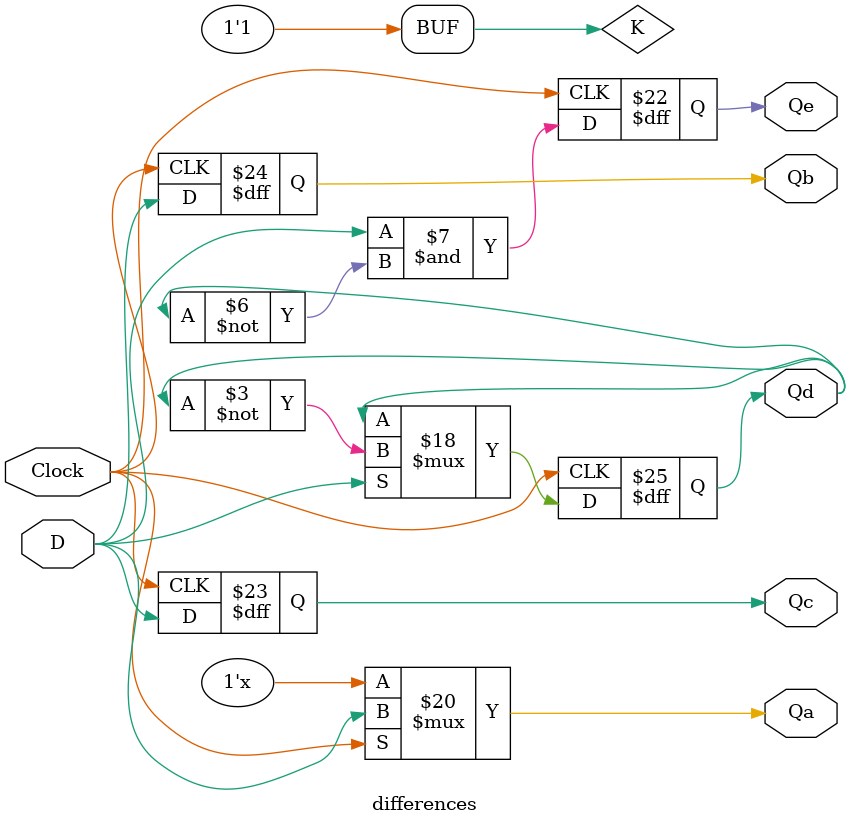
<source format=sv>

module differences(D,Clock,Qa,Qb,Qc,Qd, Qe); 

// input data and clock
input D, Clock; 

// output registers
output reg Qa = 0,Qb = 0,Qc = 0,Qd = 0,Qe = 0; 

// JK FF
 reg K = 1; 
initial  
  Qd <= 0; 

//D-Latch
always@(*)
  if(Clock)      
    Qa <= D;

  always @ (posedge Clock) 
begin      
  // rising edge triggered d flip flop  
  Qb <= D; 
if(D)        
  // t flip flop 
  Qd <= ~Qd; 
end   

  // falling edge triggered d flip flop
  always@(negedge Clock) 
Qc <= D;
  
  // JK Flip-Flop
  always@(posedge Clock)
    Qe <= (D & ~Qd) | (~K & Qd);
  
endmodule







</source>
